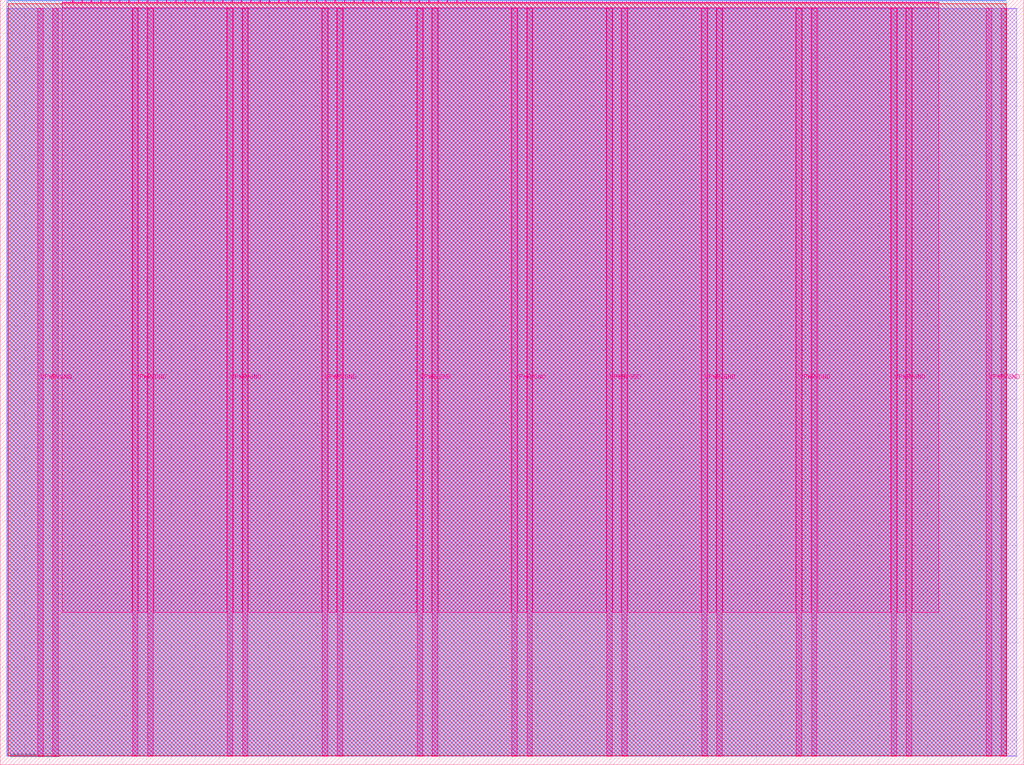
<source format=lef>
VERSION 5.7 ;
  NOWIREEXTENSIONATPIN ON ;
  DIVIDERCHAR "/" ;
  BUSBITCHARS "[]" ;
MACRO tt_um_toivoh_demo_deluxe
  CLASS BLOCK ;
  FOREIGN tt_um_toivoh_demo_deluxe ;
  ORIGIN 0.000 0.000 ;
  SIZE 419.520 BY 313.740 ;
  PIN VGND
    DIRECTION INOUT ;
    USE GROUND ;
    PORT
      LAYER Metal5 ;
        RECT 21.580 3.560 23.780 310.180 ;
    END
    PORT
      LAYER Metal5 ;
        RECT 60.450 3.560 62.650 310.180 ;
    END
    PORT
      LAYER Metal5 ;
        RECT 99.320 3.560 101.520 310.180 ;
    END
    PORT
      LAYER Metal5 ;
        RECT 138.190 3.560 140.390 310.180 ;
    END
    PORT
      LAYER Metal5 ;
        RECT 177.060 3.560 179.260 310.180 ;
    END
    PORT
      LAYER Metal5 ;
        RECT 215.930 3.560 218.130 310.180 ;
    END
    PORT
      LAYER Metal5 ;
        RECT 254.800 3.560 257.000 310.180 ;
    END
    PORT
      LAYER Metal5 ;
        RECT 293.670 3.560 295.870 310.180 ;
    END
    PORT
      LAYER Metal5 ;
        RECT 332.540 3.560 334.740 310.180 ;
    END
    PORT
      LAYER Metal5 ;
        RECT 371.410 3.560 373.610 310.180 ;
    END
    PORT
      LAYER Metal5 ;
        RECT 410.280 3.560 412.480 310.180 ;
    END
  END VGND
  PIN VPWR
    DIRECTION INOUT ;
    USE POWER ;
    PORT
      LAYER Metal5 ;
        RECT 15.380 3.560 17.580 310.180 ;
    END
    PORT
      LAYER Metal5 ;
        RECT 54.250 3.560 56.450 310.180 ;
    END
    PORT
      LAYER Metal5 ;
        RECT 93.120 3.560 95.320 310.180 ;
    END
    PORT
      LAYER Metal5 ;
        RECT 131.990 3.560 134.190 310.180 ;
    END
    PORT
      LAYER Metal5 ;
        RECT 170.860 3.560 173.060 310.180 ;
    END
    PORT
      LAYER Metal5 ;
        RECT 209.730 3.560 211.930 310.180 ;
    END
    PORT
      LAYER Metal5 ;
        RECT 248.600 3.560 250.800 310.180 ;
    END
    PORT
      LAYER Metal5 ;
        RECT 287.470 3.560 289.670 310.180 ;
    END
    PORT
      LAYER Metal5 ;
        RECT 326.340 3.560 328.540 310.180 ;
    END
    PORT
      LAYER Metal5 ;
        RECT 365.210 3.560 367.410 310.180 ;
    END
    PORT
      LAYER Metal5 ;
        RECT 404.080 3.560 406.280 310.180 ;
    END
  END VPWR
  PIN clk
    DIRECTION INPUT ;
    USE SIGNAL ;
    ANTENNAGATEAREA 0.213200 ;
    PORT
      LAYER Metal5 ;
        RECT 187.050 312.740 187.350 313.740 ;
    END
  END clk
  PIN ena
    DIRECTION INPUT ;
    USE SIGNAL ;
    PORT
      LAYER Metal5 ;
        RECT 190.890 312.740 191.190 313.740 ;
    END
  END ena
  PIN rst_n
    DIRECTION INPUT ;
    USE SIGNAL ;
    ANTENNAGATEAREA 0.180700 ;
    PORT
      LAYER Metal5 ;
        RECT 183.210 312.740 183.510 313.740 ;
    END
  END rst_n
  PIN ui_in[0]
    DIRECTION INPUT ;
    USE SIGNAL ;
    ANTENNAGATEAREA 0.180700 ;
    PORT
      LAYER Metal5 ;
        RECT 179.370 312.740 179.670 313.740 ;
    END
  END ui_in[0]
  PIN ui_in[1]
    DIRECTION INPUT ;
    USE SIGNAL ;
    ANTENNAGATEAREA 0.180700 ;
    PORT
      LAYER Metal5 ;
        RECT 175.530 312.740 175.830 313.740 ;
    END
  END ui_in[1]
  PIN ui_in[2]
    DIRECTION INPUT ;
    USE SIGNAL ;
    ANTENNAGATEAREA 0.180700 ;
    PORT
      LAYER Metal5 ;
        RECT 171.690 312.740 171.990 313.740 ;
    END
  END ui_in[2]
  PIN ui_in[3]
    DIRECTION INPUT ;
    USE SIGNAL ;
    ANTENNAGATEAREA 0.180700 ;
    PORT
      LAYER Metal5 ;
        RECT 167.850 312.740 168.150 313.740 ;
    END
  END ui_in[3]
  PIN ui_in[4]
    DIRECTION INPUT ;
    USE SIGNAL ;
    ANTENNAGATEAREA 0.213200 ;
    PORT
      LAYER Metal5 ;
        RECT 164.010 312.740 164.310 313.740 ;
    END
  END ui_in[4]
  PIN ui_in[5]
    DIRECTION INPUT ;
    USE SIGNAL ;
    ANTENNAGATEAREA 0.180700 ;
    PORT
      LAYER Metal5 ;
        RECT 160.170 312.740 160.470 313.740 ;
    END
  END ui_in[5]
  PIN ui_in[6]
    DIRECTION INPUT ;
    USE SIGNAL ;
    ANTENNAGATEAREA 0.180700 ;
    PORT
      LAYER Metal5 ;
        RECT 156.330 312.740 156.630 313.740 ;
    END
  END ui_in[6]
  PIN ui_in[7]
    DIRECTION INPUT ;
    USE SIGNAL ;
    ANTENNAGATEAREA 0.180700 ;
    PORT
      LAYER Metal5 ;
        RECT 152.490 312.740 152.790 313.740 ;
    END
  END ui_in[7]
  PIN uio_in[0]
    DIRECTION INPUT ;
    USE SIGNAL ;
    PORT
      LAYER Metal5 ;
        RECT 148.650 312.740 148.950 313.740 ;
    END
  END uio_in[0]
  PIN uio_in[1]
    DIRECTION INPUT ;
    USE SIGNAL ;
    PORT
      LAYER Metal5 ;
        RECT 144.810 312.740 145.110 313.740 ;
    END
  END uio_in[1]
  PIN uio_in[2]
    DIRECTION INPUT ;
    USE SIGNAL ;
    PORT
      LAYER Metal5 ;
        RECT 140.970 312.740 141.270 313.740 ;
    END
  END uio_in[2]
  PIN uio_in[3]
    DIRECTION INPUT ;
    USE SIGNAL ;
    PORT
      LAYER Metal5 ;
        RECT 137.130 312.740 137.430 313.740 ;
    END
  END uio_in[3]
  PIN uio_in[4]
    DIRECTION INPUT ;
    USE SIGNAL ;
    PORT
      LAYER Metal5 ;
        RECT 133.290 312.740 133.590 313.740 ;
    END
  END uio_in[4]
  PIN uio_in[5]
    DIRECTION INPUT ;
    USE SIGNAL ;
    PORT
      LAYER Metal5 ;
        RECT 129.450 312.740 129.750 313.740 ;
    END
  END uio_in[5]
  PIN uio_in[6]
    DIRECTION INPUT ;
    USE SIGNAL ;
    PORT
      LAYER Metal5 ;
        RECT 125.610 312.740 125.910 313.740 ;
    END
  END uio_in[6]
  PIN uio_in[7]
    DIRECTION INPUT ;
    USE SIGNAL ;
    PORT
      LAYER Metal5 ;
        RECT 121.770 312.740 122.070 313.740 ;
    END
  END uio_in[7]
  PIN uio_oe[0]
    DIRECTION OUTPUT ;
    USE SIGNAL ;
    ANTENNADIFFAREA 0.654800 ;
    PORT
      LAYER Metal5 ;
        RECT 56.490 312.740 56.790 313.740 ;
    END
  END uio_oe[0]
  PIN uio_oe[1]
    DIRECTION OUTPUT ;
    USE SIGNAL ;
    ANTENNADIFFAREA 0.654800 ;
    PORT
      LAYER Metal5 ;
        RECT 52.650 312.740 52.950 313.740 ;
    END
  END uio_oe[1]
  PIN uio_oe[2]
    DIRECTION OUTPUT ;
    USE SIGNAL ;
    ANTENNADIFFAREA 0.654800 ;
    PORT
      LAYER Metal5 ;
        RECT 48.810 312.740 49.110 313.740 ;
    END
  END uio_oe[2]
  PIN uio_oe[3]
    DIRECTION OUTPUT ;
    USE SIGNAL ;
    ANTENNADIFFAREA 0.654800 ;
    PORT
      LAYER Metal5 ;
        RECT 44.970 312.740 45.270 313.740 ;
    END
  END uio_oe[3]
  PIN uio_oe[4]
    DIRECTION OUTPUT ;
    USE SIGNAL ;
    ANTENNADIFFAREA 0.654800 ;
    PORT
      LAYER Metal5 ;
        RECT 41.130 312.740 41.430 313.740 ;
    END
  END uio_oe[4]
  PIN uio_oe[5]
    DIRECTION OUTPUT ;
    USE SIGNAL ;
    ANTENNAGATEAREA 1.012700 ;
    ANTENNADIFFAREA 0.632400 ;
    PORT
      LAYER Metal5 ;
        RECT 37.290 312.740 37.590 313.740 ;
    END
  END uio_oe[5]
  PIN uio_oe[6]
    DIRECTION OUTPUT ;
    USE SIGNAL ;
    ANTENNADIFFAREA 0.392700 ;
    PORT
      LAYER Metal5 ;
        RECT 33.450 312.740 33.750 313.740 ;
    END
  END uio_oe[6]
  PIN uio_oe[7]
    DIRECTION OUTPUT ;
    USE SIGNAL ;
    ANTENNADIFFAREA 0.392700 ;
    PORT
      LAYER Metal5 ;
        RECT 29.610 312.740 29.910 313.740 ;
    END
  END uio_oe[7]
  PIN uio_out[0]
    DIRECTION OUTPUT ;
    USE SIGNAL ;
    ANTENNAGATEAREA 0.241800 ;
    ANTENNADIFFAREA 0.632400 ;
    PORT
      LAYER Metal5 ;
        RECT 87.210 312.740 87.510 313.740 ;
    END
  END uio_out[0]
  PIN uio_out[1]
    DIRECTION OUTPUT ;
    USE SIGNAL ;
    ANTENNAGATEAREA 2.542800 ;
    ANTENNADIFFAREA 8.694000 ;
    PORT
      LAYER Metal5 ;
        RECT 83.370 312.740 83.670 313.740 ;
    END
  END uio_out[1]
  PIN uio_out[2]
    DIRECTION OUTPUT ;
    USE SIGNAL ;
    ANTENNAGATEAREA 0.717600 ;
    ANTENNADIFFAREA 2.647800 ;
    PORT
      LAYER Metal5 ;
        RECT 79.530 312.740 79.830 313.740 ;
    END
  END uio_out[2]
  PIN uio_out[3]
    DIRECTION OUTPUT ;
    USE SIGNAL ;
    ANTENNAGATEAREA 1.934400 ;
    ANTENNADIFFAREA 6.678600 ;
    PORT
      LAYER Metal5 ;
        RECT 75.690 312.740 75.990 313.740 ;
    END
  END uio_out[3]
  PIN uio_out[4]
    DIRECTION OUTPUT ;
    USE SIGNAL ;
    ANTENNAGATEAREA 0.109200 ;
    ANTENNADIFFAREA 0.632400 ;
    PORT
      LAYER Metal5 ;
        RECT 71.850 312.740 72.150 313.740 ;
    END
  END uio_out[4]
  PIN uio_out[5]
    DIRECTION OUTPUT ;
    USE SIGNAL ;
    ANTENNAGATEAREA 0.241800 ;
    ANTENNADIFFAREA 0.632400 ;
    PORT
      LAYER Metal5 ;
        RECT 68.010 312.740 68.310 313.740 ;
    END
  END uio_out[5]
  PIN uio_out[6]
    DIRECTION OUTPUT ;
    USE SIGNAL ;
    ANTENNAGATEAREA 0.109200 ;
    ANTENNADIFFAREA 0.632400 ;
    PORT
      LAYER Metal5 ;
        RECT 64.170 312.740 64.470 313.740 ;
    END
  END uio_out[6]
  PIN uio_out[7]
    DIRECTION OUTPUT ;
    USE SIGNAL ;
    ANTENNAGATEAREA 0.109200 ;
    ANTENNADIFFAREA 0.632400 ;
    PORT
      LAYER Metal5 ;
        RECT 60.330 312.740 60.630 313.740 ;
    END
  END uio_out[7]
  PIN uo_out[0]
    DIRECTION OUTPUT ;
    USE SIGNAL ;
    ANTENNAGATEAREA 1.934400 ;
    ANTENNADIFFAREA 6.678600 ;
    PORT
      LAYER Metal5 ;
        RECT 117.930 312.740 118.230 313.740 ;
    END
  END uo_out[0]
  PIN uo_out[1]
    DIRECTION OUTPUT ;
    USE SIGNAL ;
    ANTENNAGATEAREA 1.934400 ;
    ANTENNADIFFAREA 6.678600 ;
    PORT
      LAYER Metal5 ;
        RECT 114.090 312.740 114.390 313.740 ;
    END
  END uo_out[1]
  PIN uo_out[2]
    DIRECTION OUTPUT ;
    USE SIGNAL ;
    ANTENNAGATEAREA 0.109200 ;
    ANTENNADIFFAREA 0.632400 ;
    PORT
      LAYER Metal5 ;
        RECT 110.250 312.740 110.550 313.740 ;
    END
  END uo_out[2]
  PIN uo_out[3]
    DIRECTION OUTPUT ;
    USE SIGNAL ;
    ANTENNAGATEAREA 1.934400 ;
    ANTENNADIFFAREA 6.678600 ;
    PORT
      LAYER Metal5 ;
        RECT 106.410 312.740 106.710 313.740 ;
    END
  END uo_out[3]
  PIN uo_out[4]
    DIRECTION OUTPUT ;
    USE SIGNAL ;
    ANTENNAGATEAREA 0.109200 ;
    ANTENNADIFFAREA 0.632400 ;
    PORT
      LAYER Metal5 ;
        RECT 102.570 312.740 102.870 313.740 ;
    END
  END uo_out[4]
  PIN uo_out[5]
    DIRECTION OUTPUT ;
    USE SIGNAL ;
    ANTENNAGATEAREA 0.109200 ;
    ANTENNADIFFAREA 0.632400 ;
    PORT
      LAYER Metal5 ;
        RECT 98.730 312.740 99.030 313.740 ;
    END
  END uo_out[5]
  PIN uo_out[6]
    DIRECTION OUTPUT ;
    USE SIGNAL ;
    ANTENNAGATEAREA 0.109200 ;
    ANTENNADIFFAREA 0.632400 ;
    PORT
      LAYER Metal5 ;
        RECT 94.890 312.740 95.190 313.740 ;
    END
  END uo_out[6]
  PIN uo_out[7]
    DIRECTION OUTPUT ;
    USE SIGNAL ;
    ANTENNAGATEAREA 0.109200 ;
    ANTENNADIFFAREA 0.632400 ;
    PORT
      LAYER Metal5 ;
        RECT 91.050 312.740 91.350 313.740 ;
    END
  END uo_out[7]
  OBS
      LAYER GatPoly ;
        RECT 2.880 3.630 416.640 310.110 ;
      LAYER Metal1 ;
        RECT 2.880 3.560 416.640 310.180 ;
      LAYER Metal2 ;
        RECT 2.605 3.680 412.345 313.420 ;
      LAYER Metal3 ;
        RECT 3.260 3.635 412.300 313.465 ;
      LAYER Metal4 ;
        RECT 3.215 3.680 412.345 312.160 ;
      LAYER Metal5 ;
        RECT 25.340 312.530 29.400 312.740 ;
        RECT 30.120 312.530 33.240 312.740 ;
        RECT 33.960 312.530 37.080 312.740 ;
        RECT 37.800 312.530 40.920 312.740 ;
        RECT 41.640 312.530 44.760 312.740 ;
        RECT 45.480 312.530 48.600 312.740 ;
        RECT 49.320 312.530 52.440 312.740 ;
        RECT 53.160 312.530 56.280 312.740 ;
        RECT 57.000 312.530 60.120 312.740 ;
        RECT 60.840 312.530 63.960 312.740 ;
        RECT 64.680 312.530 67.800 312.740 ;
        RECT 68.520 312.530 71.640 312.740 ;
        RECT 72.360 312.530 75.480 312.740 ;
        RECT 76.200 312.530 79.320 312.740 ;
        RECT 80.040 312.530 83.160 312.740 ;
        RECT 83.880 312.530 87.000 312.740 ;
        RECT 87.720 312.530 90.840 312.740 ;
        RECT 91.560 312.530 94.680 312.740 ;
        RECT 95.400 312.530 98.520 312.740 ;
        RECT 99.240 312.530 102.360 312.740 ;
        RECT 103.080 312.530 106.200 312.740 ;
        RECT 106.920 312.530 110.040 312.740 ;
        RECT 110.760 312.530 113.880 312.740 ;
        RECT 114.600 312.530 117.720 312.740 ;
        RECT 118.440 312.530 121.560 312.740 ;
        RECT 122.280 312.530 125.400 312.740 ;
        RECT 126.120 312.530 129.240 312.740 ;
        RECT 129.960 312.530 133.080 312.740 ;
        RECT 133.800 312.530 136.920 312.740 ;
        RECT 137.640 312.530 140.760 312.740 ;
        RECT 141.480 312.530 144.600 312.740 ;
        RECT 145.320 312.530 148.440 312.740 ;
        RECT 149.160 312.530 152.280 312.740 ;
        RECT 153.000 312.530 156.120 312.740 ;
        RECT 156.840 312.530 159.960 312.740 ;
        RECT 160.680 312.530 163.800 312.740 ;
        RECT 164.520 312.530 167.640 312.740 ;
        RECT 168.360 312.530 171.480 312.740 ;
        RECT 172.200 312.530 175.320 312.740 ;
        RECT 176.040 312.530 179.160 312.740 ;
        RECT 179.880 312.530 183.000 312.740 ;
        RECT 183.720 312.530 186.840 312.740 ;
        RECT 187.560 312.530 190.680 312.740 ;
        RECT 191.400 312.530 384.580 312.740 ;
        RECT 25.340 310.390 384.580 312.530 ;
        RECT 25.340 62.435 54.040 310.390 ;
        RECT 56.660 62.435 60.240 310.390 ;
        RECT 62.860 62.435 92.910 310.390 ;
        RECT 95.530 62.435 99.110 310.390 ;
        RECT 101.730 62.435 131.780 310.390 ;
        RECT 134.400 62.435 137.980 310.390 ;
        RECT 140.600 62.435 170.650 310.390 ;
        RECT 173.270 62.435 176.850 310.390 ;
        RECT 179.470 62.435 209.520 310.390 ;
        RECT 212.140 62.435 215.720 310.390 ;
        RECT 218.340 62.435 248.390 310.390 ;
        RECT 251.010 62.435 254.590 310.390 ;
        RECT 257.210 62.435 287.260 310.390 ;
        RECT 289.880 62.435 293.460 310.390 ;
        RECT 296.080 62.435 326.130 310.390 ;
        RECT 328.750 62.435 332.330 310.390 ;
        RECT 334.950 62.435 365.000 310.390 ;
        RECT 367.620 62.435 371.200 310.390 ;
        RECT 373.820 62.435 384.580 310.390 ;
  END
END tt_um_toivoh_demo_deluxe
END LIBRARY


</source>
